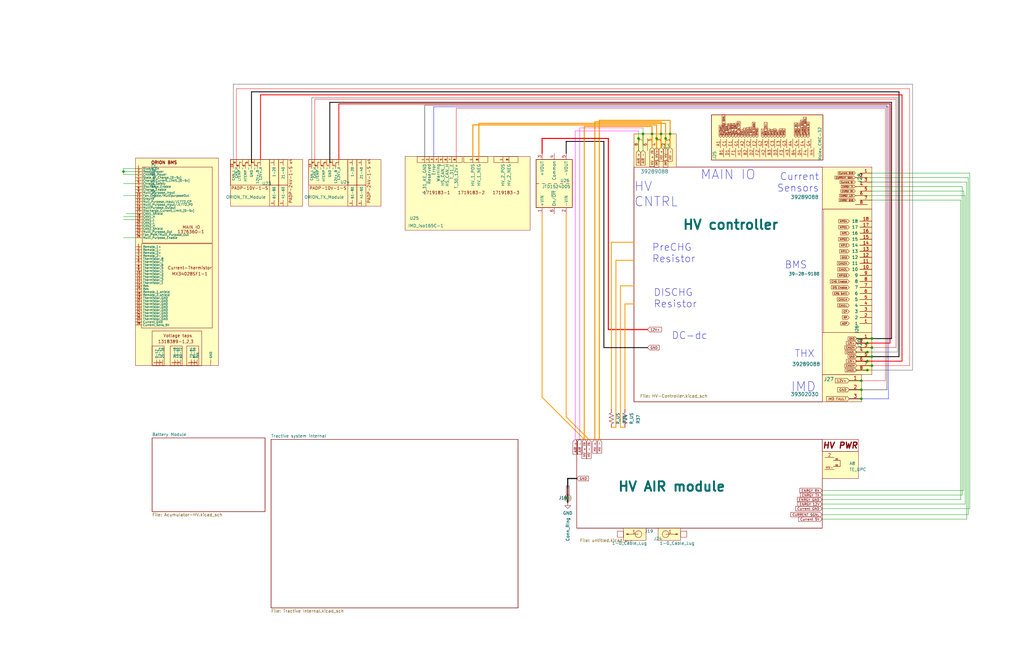
<source format=kicad_sch>
(kicad_sch (version 20211123) (generator eeschema)
  (paper "USLedger")
  (lib_symbols
    (symbol "Conn_Ring_5" (pin_numbers hide) (pin_names (offset 1.016) hide)
      (property "Reference" "J" (at 0 2.54 0))
      (property "Value" "Conn_Ring_5" (at 0 -2.54 0))
      (symbol "Conn_Ring_5_0_1"
        (polyline (pts (xy 0 -0.635) (xy 3.81 -0.635)))
        (polyline (pts (xy 0 0.635) (xy 0 -0.635)))
        (polyline (pts (xy 0 0.635) (xy 3.81 0.635)))
        (circle (center 5.08 0) (radius 0.898))
        (circle (center 5.08 0) (radius 1.4199))
      )
      (symbol "Conn_Ring_5_1_1"
        (polyline (pts (xy 1.27 0) (xy 0.8636 0)) (stroke (width 0.1524)))
        (rectangle (start 0.8636 0.127) (end 0 -0.127) (stroke (width 0.1524)) (fill (type outline)))
        (pin passive line (at 5.08 0 180) (length 5) (name "Pin_1") (number "1"))
      )
    )
    (symbol "Converter_DCDC:JTD1524D05"
      (property "Reference" "U" (at -8.89 8.89 0))
      (property "Value" "JTD1524D05" (at 8.89 8.89 0))
      (symbol "JTD1524D05_0_1"
        (rectangle (start -10.16 7.62) (end 10.16 -7.62) (stroke (width 0.254)) (fill (type background)))
        (polyline (pts (xy 0 -5.08) (xy 0 -6.35)))
        (polyline (pts (xy 0 -2.54) (xy 0 -3.81)))
        (polyline (pts (xy 0 0) (xy 0 -1.27)))
        (polyline (pts (xy 0 2.54) (xy 0 1.27)))
        (polyline (pts (xy 0 5.08) (xy 0 3.81)))
        (polyline (pts (xy 0 7.62) (xy 0 6.35)))
      )
      (symbol "JTD1524D05_1_1"
        (pin power_in line (at -12.7 5.08 0) (length 2.54) (name "+VIN") (number "1"))
        (pin power_in line (at -12.7 -5.08 0) (length 2.54) (name "-VIN") (number "2"))
        (pin power_out line (at 12.7 5.08 180) (length 2.54) (name "+VOUT") (number "3"))
        (pin power_out line (at 12.7 0 180) (length 2.54) (name "Common") (number "4"))
        (pin power_out line (at 12.7 -5.08 180) (length 2.54) (name "-VOUT") (number "5"))
        (pin input line (at -12.7 0 0) (length 2.54) (name "On/~{Off}") (number "6"))
      )
    )
    (symbol "Device:R_US" (pin_numbers hide) (pin_names (offset 0))
      (property "Reference" "R" (at 2.54 0 90))
      (property "Value" "R_US" (at -2.54 0 90))
      (symbol "R_US_0_1"
        (polyline (pts (xy 0 -2.286) (xy 0 -2.54)))
        (polyline (pts (xy 0 2.286) (xy 0 2.54)))
        (polyline (pts (xy 0 -0.762) (xy 1.016 -1.143) (xy 0 -1.524) (xy -1.016 -1.905) (xy 0 -2.286)))
        (polyline (pts (xy 0 0.762) (xy 1.016 0.381) (xy 0 0) (xy -1.016 -0.381) (xy 0 -0.762)))
        (polyline (pts (xy 0 2.286) (xy 1.016 1.905) (xy 0 1.524) (xy -1.016 1.143) (xy 0 0.762)))
      )
      (symbol "R_US_1_1"
        (pin passive line (at 0 3.81 270) (length 1.27) (name "~") (number "1"))
        (pin passive line (at 0 -3.81 90) (length 1.27) (name "~") (number "2"))
      )
    )
    (symbol "FSAE DMS-23 Components:1-0_Cable_Lug" (pin_names (offset 1.016) hide)
      (property "Reference" "J" (at 0 2.54 0))
      (property "Value" "1-0_Cable_Lug" (at 0 -2.54 0))
      (symbol "1-0_Cable_Lug_0_1"
        (rectangle (start -1.27 1.27) (end -3.81 -1.27))
        (rectangle (start -1.27 2.54) (end 8.255 -2.54) (fill (type background)))
        (circle (center 5.08 0) (radius 1.4199))
      )
      (symbol "1-0_Cable_Lug_1_1"
        (polyline (pts (xy 1.27 0) (xy 0.8636 0)) (stroke (width 0.1524)))
        (rectangle (start 0.8636 0.127) (end 0 -0.127) (stroke (width 0.1524)) (fill (type outline)))
        (pin passive line (at 5.08 0 180) (length 3.81) (name "Pin_1") (number "1"))
      )
    )
    (symbol "FSAE DMS-23 Components:IMD_iso165C-1"
      (property "Reference" "U?" (at 16.51 13.97 0))
      (property "Value" "IMD_iso165C-1" (at 5.715 13.97 0))
      (symbol "IMD_iso165C-1_0_0"
        (text "1719183-1" (at 6.35 3.175 900) (effects (font (size 1.27 1.27))))
        (text "1719183-2" (at 6.35 -11.43 900) (effects (font (size 1.27 1.27))))
        (text "1719183-3" (at 6.35 -26.035 900) (effects (font (size 1.27 1.27))))
      )
      (symbol "IMD_iso165C-1_0_1"
        (rectangle (start -8.89 -20.955) (end -6.35 -31.115))
        (rectangle (start -8.89 -8.255) (end -6.35 -18.415))
        (rectangle (start -8.89 11.43) (end -6.35 -7.62))
        (rectangle (start -8.89 16.51) (end 22.225 -36.195) (fill (type background)))
      )
      (symbol "IMD_iso165C-1_1_0"
        (pin input line (at -8.89 -12.065 0) (length 2.54) (name "HV_1_POS") (number "1"))
        (pin input line (at -8.89 -24.765 0) (length 2.54) (name "HV_2_POS") (number "1"))
        (pin input line (at -8.89 8.255 0) (length 2.54) (name "T_31_KE_GND") (number "1"))
        (pin bidirectional line (at -8.89 6.35 0) (length 2.54) (name "Reserved") (number "2"))
        (pin output line (at -8.89 4.445 0) (length 2.54) (name "Error") (number "3"))
        (pin output line (at -8.89 2.54 0) (length 2.54) (name "Warning") (number "4"))
        (pin bidirectional line (at -8.89 0.635 0) (length 2.54) (name "HS_CAN_L") (number "5"))
        (pin bidirectional line (at -8.89 -1.27 0) (length 2.54) (name "HS_CAN_H") (number "6"))
        (pin input line (at -8.89 -3.175 0) (length 2.54) (name "T_31_E") (number "7"))
        (pin input line (at -8.89 -14.605 0) (length 2.54) (name "HV_1_NEG") (number "8"))
        (pin input line (at -8.89 -27.305 0) (length 2.54) (name "HV_2_NEG") (number "8"))
        (pin input line (at -8.89 -5.08 0) (length 2.54) (name "T_30_12V+") (number "8"))
      )
    )
    (symbol "FSAE DMS-23 Components:Molex_CMC-32" (pin_names (offset 1.016) hide)
      (property "Reference" "J" (at -5.08 40.64 0))
      (property "Value" "Molex_CMC-32" (at -5.08 -3.81 0))
      (symbol "Molex_CMC-32_1_1"
        (rectangle (start -16.51 41.91) (end 2.54 -5.08) (stroke (width 0.254)) (fill (type background)))
        (pin passive line (at -6.35 38.1 0) (length 3.81) (name "Pin_1") (number "A1"))
        (pin passive line (at -6.35 27.94 0) (length 3.81) (name "Pin_9") (number "A2"))
        (pin passive line (at -6.35 17.78 0) (length 3.81) (name "Pin_17") (number "A3"))
        (pin passive line (at -6.35 7.62 0) (length 3.81) (name "Pin_25") (number "A4"))
        (pin passive line (at -2.54 36.83 0) (length 3.81) (name "Pin_2") (number "B1"))
        (pin passive line (at -2.54 26.67 0) (length 3.81) (name "Pin_10") (number "B2"))
        (pin passive line (at -2.54 16.51 0) (length 3.81) (name "Pin_18") (number "B3"))
        (pin passive line (at -2.54 6.35 0) (length 3.81) (name "Pin_26") (number "B4"))
        (pin passive line (at -6.35 35.56 0) (length 3.81) (name "Pin_3") (number "C1"))
        (pin passive line (at -6.35 25.4 0) (length 3.81) (name "Pin_11") (number "C2"))
        (pin passive line (at -6.35 15.24 0) (length 3.81) (name "Pin_19") (number "C3"))
        (pin passive line (at -6.35 5.08 0) (length 3.81) (name "Pin_27") (number "C4"))
        (pin passive line (at -2.54 34.29 0) (length 3.81) (name "Pin_4") (number "D1"))
        (pin passive line (at -2.54 24.13 0) (length 3.81) (name "Pin_12") (number "D2"))
        (pin passive line (at -2.54 13.97 0) (length 3.81) (name "Pin_20") (number "D3"))
        (pin passive line (at -2.54 3.81 0) (length 3.81) (name "Pin_28") (number "D4"))
        (pin passive line (at -6.35 33.02 0) (length 3.81) (name "Pin_5") (number "E1"))
        (pin passive line (at -6.35 22.86 0) (length 3.81) (name "Pin_13") (number "E2"))
        (pin passive line (at -6.35 12.7 0) (length 3.81) (name "Pin_21") (number "E3"))
        (pin passive line (at -6.35 2.54 0) (length 3.81) (name "Pin_29") (number "E4"))
        (pin power_in line (at -2.54 31.75 0) (length 3.81) (name "Pin_6") (number "F1"))
        (pin passive line (at -2.54 21.59 0) (length 3.81) (name "Pin_14") (number "F2"))
        (pin passive line (at -2.54 11.43 0) (length 3.81) (name "Pin_22") (number "F3"))
        (pin passive line (at -2.54 1.27 0) (length 3.81) (name "Pin_30") (number "F4"))
        (pin power_in line (at -6.35 30.48 0) (length 3.81) (name "Pin_7") (number "G1"))
        (pin power_in line (at -6.35 20.32 0) (length 3.81) (name "Pin_15") (number "G2"))
        (pin power_in line (at -6.35 10.16 0) (length 3.81) (name "Pin_23") (number "G3"))
        (pin power_in line (at -6.35 0 0) (length 3.81) (name "Pin_31") (number "G4"))
        (pin power_in line (at -2.54 29.21 0) (length 3.81) (name "Pin_8") (number "H1"))
        (pin power_in line (at -2.54 19.05 0) (length 3.81) (name "Pin_16") (number "H2"))
        (pin power_in line (at -2.54 8.89 0) (length 3.81) (name "Pin_24") (number "H3"))
        (pin power_in line (at -2.54 -1.27 0) (length 3.81) (name "Pin_32") (number "H4"))
      )
    )
    (symbol "FSAE DMS-23 Components:Molex_minfit_jr_6_pos_header39289088" (pin_names (offset 0.254) hide)
      (property "Reference" "J" (at 8.89 6.35 0))
      (property "Value" "Molex_minfit_jr_6_pos_header39289088" (at 10.16 -10.16 0))
      (symbol "Molex_minfit_jr_6_pos_header39289088_0_1"
        (rectangle (start -1.27 8.89) (end 12.7 -8.89) (fill (type background)))
      )
      (symbol "Molex_minfit_jr_6_pos_header39289088_1_1"
        (pin unspecified line (at -1.27 6.35 0) (length 5.08) (name "1") (number "1"))
        (pin unspecified line (at 0.635 4.445 0) (length 5.08) (name "2") (number "2"))
        (pin unspecified line (at -1.27 2.54 0) (length 5.08) (name "3") (number "3"))
        (pin unspecified line (at 0.635 0.635 0) (length 5.08) (name "4") (number "4"))
        (pin unspecified line (at -1.27 -1.27 0) (length 5.08) (name "5") (number "5"))
        (pin unspecified line (at 0.635 -3.175 0) (length 5.08) (name "6") (number "6"))
        (pin unspecified line (at -1.27 -5.08 0) (length 5.08) (name "7") (number "7"))
        (pin unspecified line (at 0.635 -6.985 0) (length 5.08) (name "8") (number "8"))
      )
    )
    (symbol "FSAE DMS-23 Components:ORION_TX_Module"
      (property "Reference" "U" (at -8.255 8.89 0))
      (property "Value" "ORION_TX_Module" (at 0.635 22.86 0))
      (symbol "ORION_TX_Module_0_0"
        (text " PADP-10V-1-S" (at 3.175 1.905 900) (effects (font (size 1.27 1.27))))
        (text " PADP-24V-1-S x4" (at 0.635 19.685 0) (effects (font (size 1.27 1.27))))
      )
      (symbol "ORION_TX_Module_0_1"
        (rectangle (start -8.89 10.795) (end 1.905 -5.715))
        (rectangle (start -8.89 14.605) (end 1.905 10.795))
        (rectangle (start -8.89 18.415) (end 1.905 14.605))
        (rectangle (start -8.89 24.765) (end 10.795 -5.715) (fill (type background)))
        (rectangle (start 1.905 14.605) (end 10.795 10.795))
        (rectangle (start 1.905 18.415) (end 10.795 14.605))
      )
      (symbol "ORION_TX_Module_1_0"
        (pin input line (at -8.89 12.7 0) (length 2.54) (name "1-20") (number "1"))
        (pin input line (at -8.89 6.985 0) (length 2.54) (name "12V+_A") (number "1"))
        (pin input line (at -8.89 16.51 0) (length 2.54) (name "21-40") (number "1"))
        (pin input line (at 10.795 16.51 180) (length 2.54) (name "41-60") (number "1"))
        (pin input line (at 10.795 12.7 180) (length 2.54) (name "61-80") (number "1"))
        (pin input line (at -7.62 -4.445 0) (length 2.54) (name "CAN_L") (number "10"))
        (pin input line (at -7.62 5.715 0) (length 2.54) (name "12V+_B") (number "2"))
        (pin input line (at -8.89 4.445 0) (length 2.54) (name "-") (number "3"))
        (pin input line (at -7.62 3.175 0) (length 2.54) (name "GND") (number "4"))
        (pin input line (at -8.89 1.905 0) (length 2.54) (name "-") (number "5"))
        (pin input line (at -7.62 0.635 0) (length 2.54) (name "HTEMP") (number "6"))
        (pin input line (at -8.89 -0.635 0) (length 2.54) (name "-") (number "7"))
        (pin input line (at -7.62 -1.905 0) (length 2.54) (name "LTEMP") (number "8"))
        (pin input line (at -8.89 -3.175 0) (length 2.54) (name "CAN_H") (number "9"))
      )
    )
    (symbol "FSAE DMS-23 Components:OrionBMS2"
      (property "Reference" "U?" (at -5.08 10.16 0))
      (property "Value" "OrionBMS2" (at -1.905 10.16 0))
      (symbol "OrionBMS2_0_0"
        (text " 1318389-1,2,3" (at -7.62 -65.405 0) (effects (font (size 1.27 1.27))))
        (text " 1376360-1" (at -1.27 -19.05 0) (effects (font (size 1.27 1.27))))
        (text "Current-Thermistor" (at -1.27 -34.29 0) (effects (font (size 1.27 1.27))))
        (text "MAIN IO" (at -0.635 -17.145 0) (effects (font (size 1.27 1.27))))
        (text "MX34028SF1-1" (at -1.27 -36.83 0) (effects (font (size 1.27 1.27))))
        (text "ORION BMS" (at -12.065 10.16 0) (effects (font (size 1.27 1.27) bold)))
        (text "Votlage taps" (at -6.35 -62.865 0) (effects (font (size 1.27 1.27))))
      )
      (symbol "OrionBMS2_0_1"
        (rectangle (start -24.13 12.065) (end 10.795 -75.565) (fill (type background)))
        (rectangle (start -21.59 -24.13) (end 8.255 -59.69) (fill (type background)))
        (rectangle (start -21.2725 8.255) (end 8.255 -23.8125) (fill (type background)))
        (rectangle (start -17.145 -67.31) (end -12.065 -75.565))
        (rectangle (start -17.145 -60.96) (end 3.81 -75.565) (fill (type background)))
        (rectangle (start -9.525 -67.31) (end -4.445 -75.565))
        (rectangle (start -2.54 -67.31) (end 2.54 -75.565))
      )
      (symbol "OrionBMS2_1_1"
        (pin output line (at 7.62 -75.565 90) (length 2.54) (name "GND") (number ""))
        (pin input line (at -15.24 -75.565 90) (length 2.54) (name "0-12") (number "1"))
        (pin input line (at -7.62 -75.565 90) (length 2.54) (name "36-48") (number "1"))
        (pin input line (at -0.635 -75.565 90) (length 2.54) (name "73-84") (number "1"))
        (pin input line (at -24.13 7.62 0) (length 2.54) (name "Always_On") (number "1"))
        (pin input line (at -24.13 -25.4 0) (length 2.54) (name "Remote_1+") (number "1"))
        (pin output line (at -24.13 -3.81 0) (length 2.54) (name "Fan_Enable/MultipurposeOut") (number "10"))
        (pin output line (at -24.13 -36.83 0) (length 2.54) (name "Thermistor_3") (number "10"))
        (pin passive line (at -24.13 -5.08 0) (length 2.54) (name "Ground") (number "12"))
        (pin passive line (at -24.13 -38.1 0) (length 2.54) (name "Thermistor_2") (number "12"))
        (pin input line (at -24.13 -6.35 0) (length 2.54) (name "Muli_Purpose_Input/J1772_CP") (number "13"))
        (pin input line (at -24.13 -39.37 0) (length 2.54) (name "Thermistor_2") (number "13"))
        (pin input line (at -24.13 -7.62 0) (length 2.54) (name "Multi_Purpose_Input/J1772_PD") (number "14"))
        (pin input line (at -24.13 -40.64 0) (length 2.54) (name "Thermistor_1") (number "14"))
        (pin output line (at -24.13 -8.89 0) (length 2.54) (name "MultiPurpose_Output") (number "15"))
        (pin output line (at -24.13 -41.91 0) (length 2.54) (name "Res") (number "15"))
        (pin output line (at -24.13 -10.16 0) (length 2.54) (name "Discharge_Current_Limit_[0-5v]") (number "16"))
        (pin output line (at -24.13 -43.18 0) (length 2.54) (name "Res") (number "16"))
        (pin bidirectional line (at -24.13 -11.43 0) (length 2.54) (name "CAN1_Shield") (number "17"))
        (pin bidirectional line (at -24.13 -44.45 0) (length 2.54) (name "Remote_1_shield") (number "17"))
        (pin bidirectional line (at -24.13 -12.7 0) (length 2.54) (name "CAN1_H") (number "18"))
        (pin bidirectional line (at -24.13 -45.72 0) (length 2.54) (name "Remote_2_shield") (number "18"))
        (pin bidirectional line (at -24.13 -13.97 0) (length 2.54) (name "CAN1_L") (number "19"))
        (pin bidirectional line (at -24.13 -46.99 0) (length 2.54) (name "Thermistor_GND") (number "19"))
        (pin input line (at -13.97 -75.565 90) (length 2.54) (name "13-24") (number "2"))
        (pin input line (at -6.35 -75.565 90) (length 2.54) (name "49-60") (number "2"))
        (pin input line (at 0.635 -75.565 90) (length 2.54) (name "85-96") (number "2"))
        (pin input line (at -24.13 6.35 0) (length 2.54) (name "Ready_Power") (number "2"))
        (pin input line (at -24.13 -26.67 0) (length 2.54) (name "Remote_1-") (number "2"))
        (pin bidirectional line (at -24.13 -15.24 0) (length 2.54) (name "CAN2_L") (number "20"))
        (pin bidirectional line (at -24.13 -48.26 0) (length 2.54) (name "Thermistor_GND") (number "20"))
        (pin bidirectional line (at -24.13 -16.51 0) (length 2.54) (name "CAN2_H") (number "21"))
        (pin bidirectional line (at -24.13 -49.53 0) (length 2.54) (name "Thermistor_GND") (number "21"))
        (pin bidirectional line (at -24.13 -17.78 0) (length 2.54) (name "CAN2_Shield") (number "22"))
        (pin bidirectional line (at -24.13 -50.8 0) (length 2.54) (name "Thermistor_GND") (number "22"))
        (pin output line (at -24.13 -19.05 0) (length 2.54) (name "Multi_Purpose_Out") (number "23"))
        (pin output line (at -24.13 -52.07 0) (length 2.54) (name "Thermistor_GND") (number "23"))
        (pin output line (at -24.13 -20.32 0) (length 2.54) (name "Fan_PWM/Multi_Purpose_Out") (number "24"))
        (pin output line (at -24.13 -53.34 0) (length 2.54) (name "Thermistor_GND") (number "24"))
        (pin output line (at -24.13 -54.61 0) (length 2.54) (name "Thermistor_GND") (number "25"))
        (pin output line (at -24.13 -21.59 0) (length 2.54) (name "Multi_Purpose_Enable") (number "26"))
        (pin output line (at -24.13 -55.88 0) (length 2.54) (name "Thermistor_GND") (number "26"))
        (pin output line (at -24.13 -57.15 0) (length 2.54) (name "Current_GND") (number "27"))
        (pin output line (at -24.13 -58.42 0) (length 2.54) (name "Current_Sens_5V") (number "28"))
        (pin input line (at -12.7 -75.565 90) (length 2.54) (name "25-36") (number "3"))
        (pin input line (at -5.08 -75.565 90) (length 2.54) (name "60-72") (number "3"))
        (pin input line (at -24.13 5.08 0) (length 2.54) (name "CHARGE_Power") (number "3"))
        (pin input line (at -24.13 -27.94 0) (length 2.54) (name "Remote_2+") (number "3"))
        (pin input line (at 1.905 -75.565 90) (length 2.54) (name "Res") (number "3"))
        (pin output line (at -24.13 -29.21 0) (length 2.54) (name "Remote_2-") (number "4"))
        (pin output line (at -24.13 3.81 0) (length 2.54) (name "State_of_Charge_[0-5v]") (number "4"))
        (pin output line (at -24.13 2.54 0) (length 2.54) (name "Charge_Current_Limit_[0-5v]") (number "5"))
        (pin output line (at -24.13 -30.48 0) (length 2.54) (name "Thermistor_8") (number "5"))
        (pin output line (at -24.13 1.27 0) (length 2.54) (name "Chrage_Safety") (number "6"))
        (pin output line (at -24.13 -31.75 0) (length 2.54) (name "Thermistor_7") (number "6"))
        (pin output line (at -24.13 0 0) (length 2.54) (name "Discharge_Enable") (number "7"))
        (pin output line (at -24.13 -33.02 0) (length 2.54) (name "Thermistor_6") (number "7"))
        (pin output line (at -24.13 -1.27 0) (length 2.54) (name "Charge_Enable") (number "8"))
        (pin output line (at -24.13 -34.29 0) (length 2.54) (name "Thermistor_5") (number "8"))
        (pin input line (at -24.13 -2.54 0) (length 2.54) (name "Multi_Purpose_Input") (number "9"))
        (pin input line (at -24.13 -35.56 0) (length 2.54) (name "Thermistor_4") (number "9"))
      )
    )
    (symbol "FSAE DMS-23 Components:TE_UPC" (pin_names (offset 1.016) hide)
      (property "Reference" "A1" (at -1.27 -3.81 0))
      (property "Value" "TE_UPC" (at 6.35 -3.81 0))
      (symbol "TE_UPC_0_0"
        (text "HV PWR" (at 2.54 8.89 0) (effects (font (size 2.5 2.5) bold italic)))
      )
      (symbol "TE_UPC_0_1"
        (rectangle (start -5.08 6.35) (end 10.16 -5.08) (fill (type background)))
        (rectangle (start -5.08 11.43) (end 10.16 6.35))
        (polyline (pts (xy 0 2.54) (xy 2.54 2.54) (xy 2.54 0) (xy 0 0)))
      )
      (symbol "TE_UPC_1_1"
        (pin bidirectional line (at 0 3.81 180) (length 4) (name "HV+") (number "2"))
        (pin bidirectional line (at 0 -1.27 180) (length 4) (name "HV_-") (number "HV-"))
        (pin passive line (at 2.54 0 180) (length 3) (name "HVI1") (number "HVI"))
        (pin passive line (at 2.54 2.54 180) (length 3) (name "HVI1") (number "HVI"))
      )
    )
    (symbol "Molex 39-28-9188:39-28-9188" (pin_names (offset 0.762))
      (property "Reference" "J" (at 1.27 26.67 0))
      (property "Value" "39-28-9188" (at -3.81 -22.86 0))
      (symbol "39-28-9188_0_0"
        (pin passive line (at -6.35 -20.32 0) (length 5.08) (name "1") (number "1"))
        (pin passive line (at -6.35 2.54 0) (length 5.08) (name "10") (number "10"))
        (pin passive line (at -6.35 5.08 0) (length 5.08) (name "11") (number "11"))
        (pin passive line (at -6.35 7.62 0) (length 5.08) (name "12") (number "12"))
        (pin passive line (at -6.35 10.16 0) (length 5.08) (name "13") (number "13"))
        (pin passive line (at -6.35 12.7 0) (length 5.08) (name "14") (number "14"))
        (pin passive line (at -6.35 15.24 0) (length 5.08) (name "15") (number "15"))
        (pin passive line (at -6.35 17.78 0) (length 5.08) (name "16") (number "16"))
        (pin passive line (at -6.35 20.32 0) (length 5.08) (name "17") (number "17"))
        (pin passive line (at -6.35 22.86 0) (length 5.08) (name "18") (number "18"))
        (pin passive line (at -6.35 -17.78 0) (length 5.08) (name "2") (number "2"))
        (pin passive line (at -6.35 -15.24 0) (length 5.08) (name "3") (number "3"))
        (pin passive line (at -6.35 -12.7 0) (length 5.08) (name "4") (number "4"))
        (pin passive line (at -6.35 -10.16 0) (length 5.08) (name "5") (number "5"))
        (pin passive line (at -6.35 -7.62 0) (length 5.08) (name "6") (number "6"))
        (pin passive line (at -6.35 -5.08 0) (length 5.08) (name "7") (number "7"))
        (pin passive line (at -6.35 -2.54 0) (length 5.08) (name "8") (number "8"))
        (pin passive line (at -6.35 0 0) (length 5.08) (name "9") (number "9"))
      )
      (symbol "39-28-9188_0_1"
        (rectangle (start -6.35 27.94) (end 13.97 -24.13) (fill (type background)))
      )
    )
    (symbol "Molex 3pin header39302030_2" (pin_names (offset 0.254) hide)
      (property "Reference" "J?" (at 6.35 6.985 90))
      (property "Value" "Molex 3pin header39302030_2" (at -1.27 17.145 90))
      (symbol "Molex 3pin header39302030_2_1_1"
        (rectangle (start 0 5.08) (end 16.51 -6.35) (fill (type background)))
        (pin unspecified line (at 0 2.54 0) (length 5.08) (name "1") (number "1"))
        (pin unspecified line (at 0 -1.27 0) (length 5.08) (name "2") (number "2"))
        (pin unspecified line (at 0 -5.08 0) (length 5.08) (name "3") (number "3"))
      )
    )
    (symbol "Molex_minfit_jr_6_pos_header39289088_1" (pin_names (offset 0.254) hide)
      (property "Reference" "J" (at 8.89 6.35 0))
      (property "Value" "Molex_minfit_jr_6_pos_header39289088_1" (at 10.16 -10.16 0))
      (symbol "Molex_minfit_jr_6_pos_header39289088_1_0_1"
        (rectangle (start -1.27 8.89) (end 19.685 -8.89) (fill (type background)))
      )
      (symbol "Molex_minfit_jr_6_pos_header39289088_1_1_1"
        (pin unspecified line (at -1.27 6.35 0) (length 5.08) (name "1") (number "1"))
        (pin unspecified line (at 0.635 4.445 0) (length 5.08) (name "2") (number "2"))
        (pin unspecified line (at -1.27 2.54 0) (length 5.08) (name "3") (number "3"))
        (pin unspecified line (at 0.635 0.635 0) (length 5.08) (name "4") (number "4"))
        (pin unspecified line (at -1.27 -1.27 0) (length 5.08) (name "5") (number "5"))
        (pin unspecified line (at 0.635 -3.175 0) (length 5.08) (name "6") (number "6"))
        (pin unspecified line (at -1.27 -5.08 0) (length 5.08) (name "7") (number "7"))
        (pin unspecified line (at 0.635 -6.985 0) (length 5.08) (name "8") (number "8"))
      )
    )
    (symbol "Molex_minfit_jr_6_pos_header39289088_2" (pin_names (offset 0.254) hide)
      (property "Reference" "J" (at 8.89 6.35 0))
      (property "Value" "Molex_minfit_jr_6_pos_header39289088_2" (at 10.16 -10.16 0))
      (symbol "Molex_minfit_jr_6_pos_header39289088_2_0_1"
        (rectangle (start -1.27 8.89) (end 19.685 -8.89) (fill (type background)))
      )
      (symbol "Molex_minfit_jr_6_pos_header39289088_2_1_1"
        (pin unspecified line (at -1.27 6.35 0) (length 5.08) (name "1") (number "1"))
        (pin unspecified line (at 0.635 4.445 0) (length 5.08) (name "2") (number "2"))
        (pin unspecified line (at -1.27 2.54 0) (length 5.08) (name "3") (number "3"))
        (pin unspecified line (at 0.635 0.635 0) (length 5.08) (name "4") (number "4"))
        (pin unspecified line (at -1.27 -1.27 0) (length 5.08) (name "5") (number "5"))
        (pin unspecified line (at 0.635 -3.175 0) (length 5.08) (name "6") (number "6"))
        (pin unspecified line (at -1.27 -5.08 0) (length 5.08) (name "7") (number "7"))
        (pin unspecified line (at 0.635 -6.985 0) (length 5.08) (name "8") (number "8"))
      )
    )
    (symbol "ORION_TX_Module_1"
      (property "Reference" "U" (at -8.255 8.89 0))
      (property "Value" "ORION_TX_Module_1" (at 0.635 22.86 0))
      (symbol "ORION_TX_Module_1_0_0"
        (text " PADP-10V-1-S" (at 3.175 1.905 900) (effects (font (size 1.27 1.27))))
        (text " PADP-24V-1-S x4" (at 0.635 19.685 0) (effects (font (size 1.27 1.27))))
      )
      (symbol "ORION_TX_Module_1_0_1"
        (rectangle (start -8.89 10.795) (end 1.905 -5.715))
        (rectangle (start -8.89 14.605) (end 1.905 10.795))
        (rectangle (start -8.89 18.415) (end 1.905 14.605))
        (rectangle (start -8.89 24.765) (end 10.795 -5.715) (fill (type background)))
        (rectangle (start 1.905 14.605) (end 10.795 10.795))
        (rectangle (start 1.905 18.415) (end 10.795 14.605))
      )
      (symbol "ORION_TX_Module_1_1_0"
        (pin input line (at -8.89 12.7 0) (length 2.54) (name "1-20") (number "1"))
        (pin input line (at -8.89 6.985 0) (length 2.54) (name "12V+_A") (number "1"))
        (pin input line (at -8.89 16.51 0) (length 2.54) (name "21-40") (number "1"))
        (pin input line (at 10.795 16.51 180) (length 2.54) (name "41-60") (number "1"))
        (pin input line (at 10.795 12.7 180) (length 2.54) (name "61-80") (number "1"))
        (pin input line (at -7.62 -4.445 0) (length 2.54) (name "CAN_L") (number "10"))
        (pin input line (at -7.62 5.715 0) (length 2.54) (name "12V+_B") (number "2"))
        (pin input line (at -8.89 4.445 0) (length 2.54) (name "-") (number "3"))
        (pin input line (at -7.62 3.175 0) (length 2.54) (name "GND") (number "4"))
        (pin input line (at -8.89 1.905 0) (length 2.54) (name "-") (number "5"))
        (pin input line (at -7.62 0.635 0) (length 2.54) (name "HTEMP") (number "6"))
        (pin input line (at -8.89 -0.635 0) (length 2.54) (name "-") (number "7"))
        (pin input line (at -7.62 -1.905 0) (length 2.54) (name "LTEMP") (number "8"))
        (pin input line (at -8.89 -3.175 0) (length 2.54) (name "CAN_H") (number "9"))
      )
    )
    (symbol "power:GND" (power) (pin_names (offset 0))
      (property "Value" "GND" (at 0 -3.81 0))
      (symbol "GND_0_1"
        (polyline (pts (xy 0 0) (xy 0 -1.27) (xy 1.27 -1.27) (xy 0 -2.54) (xy -1.27 -1.27) (xy 0 -1.27)))
      )
      (symbol "GND_1_1"
        (pin power_in line (at 0 0 270) (length 0) hide (name "GND") (number "1"))
      )
    )
  )
  (junction (at 365.76 156.21))
  (junction (at 239.395 210.185))
  (junction (at 365.76 152.4))
  (junction (at 282.575 56.515))
  (junction (at 276.86 58.42))
  (junction (at 365.76 144.78))
  (junction (at 367.665 142.875))
  (junction (at 363.22 168.275))
  (junction (at 278.765 56.515))
  (junction (at 363.22 164.465))
  (junction (at 365.76 148.59))
  (junction (at 274.955 56.515))
  (junction (at 367.665 154.305))
  (junction (at 269.24 58.42))
  (junction (at 52.07 72.39))
  (junction (at 280.67 58.42))
  (junction (at 367.665 146.685))
  (junction (at 367.665 150.495))
  (junction (at 271.145 56.515))
  (junction (at 363.22 160.655))
  (wire (pts (xy 375.285 144.78) (xy 365.76 144.78)) (stroke (width 0.35) (color 255 0 0 1)))
  (wire (pts (xy 132.715 41.91) (xy 377.825 41.91)) (stroke (width 0) (color 255 0 0 1)))
  (wire (pts (xy 269.24 63.5) (xy 269.24 58.42)))
  (wire (pts (xy 257.81 172.72) (xy 257.81 102.235)) (stroke (width 0.35) (color 255 153 0 1)))
  (wire (pts (xy 407.035 82.55) (xy 365.76 82.55)))
  (wire (pts (xy 269.24 55.245) (xy 242.57 55.245)) (stroke (width 0) (color 255 0 255 1)))
  (wire (pts (xy 405.13 210.82) (xy 346.71 210.82)))
  (wire (pts (xy 106.045 68.58) (xy 106.045 38.735)) (stroke (width 0.35) (color 0 0 0 1)))
  (wire (pts (xy 52.07 92.71) (xy 57.15 92.71)))
  (wire (pts (xy 280.67 62.23) (xy 280.67 58.42)) (stroke (width 0.45) (color 255 153 0 1)))
  (wire (pts (xy 367.665 76.835) (xy 407.67 76.835)))
  (wire (pts (xy 374.015 164.465) (xy 363.22 164.465)) (stroke (width 0) (color 0 0 0 1)))
  (wire (pts (xy 380.365 152.4) (xy 380.365 40.005)) (stroke (width 0.35) (color 255 0 0 1)))
  (wire (pts (xy 361.315 150.495) (xy 367.665 150.495)) (stroke (width 0.35) (color 0 0 0 1)))
  (wire (pts (xy 52.07 73.66) (xy 52.07 72.39)))
  (wire (pts (xy 280.67 58.42) (xy 280.67 52.07)) (stroke (width 0.45) (color 255 153 0 1)))
  (wire (pts (xy 179.07 66.04) (xy 179.07 44.45)) (stroke (width 0) (color 0 0 0 1)))
  (wire (pts (xy 239.395 212.09) (xy 239.395 210.185)) (stroke (width 0.45) (color 0 0 0 1)))
  (wire (pts (xy 408.305 217.17) (xy 346.71 217.17)))
  (wire (pts (xy 375.92 142.875) (xy 375.92 43.18)) (stroke (width 0.35) (color 0 0 0 1)))
  (wire (pts (xy 52.07 71.12) (xy 52.07 72.39)))
  (wire (pts (xy 373.38 160.655) (xy 373.38 45.72)) (stroke (width 0) (color 255 0 0 1)))
  (wire (pts (xy 367.665 73.025) (xy 408.94 73.025)))
  (wire (pts (xy 244.475 53.975) (xy 271.145 53.975)) (stroke (width 0) (color 255 0 255 1)))
  (wire (pts (xy 358.14 164.465) (xy 363.22 164.465)) (stroke (width 0) (color 0 0 0 1)))
  (wire (pts (xy 242.57 55.245) (xy 242.57 185.42)) (stroke (width 0) (color 255 0 255 1)))
  (wire (pts (xy 379.095 38.735) (xy 379.095 150.495)) (stroke (width 0.35) (color 0 0 0 1)))
  (wire (pts (xy 405.13 84.455) (xy 405.13 210.82)))
  (wire (pts (xy 408.305 74.93) (xy 408.305 217.17)))
  (wire (pts (xy 228.6 90.17) (xy 228.6 167.64)) (stroke (width 0.35) (color 255 153 0 1)))
  (wire (pts (xy 408.94 214.63) (xy 346.71 214.63)))
  (wire (pts (xy 367.665 80.645) (xy 406.4 80.645)))
  (wire (pts (xy 405.765 208.915) (xy 405.765 78.74)))
  (wire (pts (xy 358.14 160.655) (xy 363.22 160.655)))
  (wire (pts (xy 365.76 148.59) (xy 378.46 148.59)) (stroke (width 0) (color 72 72 72 1)))
  (wire (pts (xy 406.4 207.01) (xy 346.71 207.01)))
  (wire (pts (xy 271.145 63.5) (xy 271.145 56.515)))
  (wire (pts (xy 407.67 219.075) (xy 346.71 219.075)))
  (wire (pts (xy 142.875 43.815) (xy 375.285 43.815)) (stroke (width 0.35) (color 255 0 0 1)))
  (wire (pts (xy 259.715 109.855) (xy 259.715 180.34)) (stroke (width 0.35) (color 255 153 0 1)))
  (wire (pts (xy 367.665 154.305) (xy 383.54 154.305)) (stroke (width 0) (color 255 0 0 1)))
  (wire (pts (xy 252.73 50.8) (xy 252.73 185.42)) (stroke (width 0.45) (color 255 153 0 1)))
  (wire (pts (xy 267.335 120.65) (xy 261.62 120.65)) (stroke (width 0.35) (color 255 153 0 1)))
  (wire (pts (xy 57.15 71.12) (xy 52.07 71.12)))
  (wire (pts (xy 131.445 68.58) (xy 131.445 41.275)) (stroke (width 0) (color 72 72 72 1)))
  (wire (pts (xy 257.81 102.235) (xy 267.335 102.235)) (stroke (width 0.35) (color 255 153 0 1)))
  (wire (pts (xy 52.07 91.44) (xy 57.15 91.44)))
  (wire (pts (xy 243.205 201.93) (xy 239.395 201.93)) (stroke (width 0.45) (color 0 0 0 1)))
  (wire (pts (xy 383.54 37.465) (xy 99.695 37.465)) (stroke (width 0) (color 255 0 0 1)))
  (wire (pts (xy 267.335 109.855) (xy 259.715 109.855)) (stroke (width 0.35) (color 255 153 0 1)))
  (wire (pts (xy 406.4 80.645) (xy 406.4 207.01)))
  (wire (pts (xy 276.86 52.705) (xy 199.39 52.705)) (stroke (width 0.45) (color 255 153 0 1)))
  (wire (pts (xy 254.635 146.685) (xy 273.05 146.685)) (stroke (width 0.35) (color 0 0 0 1)))
  (wire (pts (xy 57.15 90.17) (xy 53.34 90.17)))
  (wire (pts (xy 365.76 152.4) (xy 380.365 152.4)) (stroke (width 0.35) (color 255 0 0 1)))
  (wire (pts (xy 346.71 212.725) (xy 407.035 212.725)))
  (wire (pts (xy 239.395 201.93) (xy 239.395 210.185)) (stroke (width 0.45) (color 0 0 0 1)))
  (wire (pts (xy 365.76 74.93) (xy 408.305 74.93)))
  (wire (pts (xy 363.22 168.275) (xy 374.65 168.275)) (stroke (width 0) (color 0 0 255 1)))
  (wire (pts (xy 276.86 62.23) (xy 276.86 58.42)) (stroke (width 0.45) (color 255 153 0 1)))
  (wire (pts (xy 363.22 160.655) (xy 373.38 160.655)) (stroke (width 0) (color 255 0 0 1)))
  (wire (pts (xy 346.71 208.915) (xy 405.765 208.915)))
  (wire (pts (xy 238.76 64.77) (xy 238.76 59.69)) (stroke (width 0.35) (color 0 0 0 1)))
  (wire (pts (xy 374.65 168.275) (xy 374.65 45.085)) (stroke (width 0) (color 0 0 255 1)))
  (wire (pts (xy 375.285 43.815) (xy 375.285 144.78)) (stroke (width 0.35) (color 255 0 0 1)))
  (wire (pts (xy 383.54 154.305) (xy 383.54 37.465)) (stroke (width 0) (color 255 0 0 1)))
  (wire (pts (xy 384.81 35.56) (xy 384.81 156.21)) (stroke (width 0) (color 72 72 72 1)))
  (wire (pts (xy 267.335 128.27) (xy 263.525 128.27)) (stroke (width 0.35) (color 255 153 0 1)))
  (wire (pts (xy 252.73 50.8) (xy 282.575 50.8)) (stroke (width 0.45) (color 255 153 0 1)))
  (wire (pts (xy 375.92 43.18) (xy 139.065 43.18)) (stroke (width 0.35) (color 0 0 0 1)))
  (wire (pts (xy 52.07 100.33) (xy 57.15 100.33)))
  (wire (pts (xy 367.665 142.875) (xy 375.92 142.875)) (stroke (width 0.35) (color 0 0 0 1)))
  (wire (pts (xy 228.6 167.64) (xy 246.38 185.42)) (stroke (width 0.35) (color 255 153 0 1)))
  (wire (pts (xy 199.39 52.705) (xy 199.39 66.04)) (stroke (width 0.45) (color 255 153 0 1)))
  (wire (pts (xy 361.315 146.685) (xy 367.665 146.685)) (stroke (width 0) (type dash) (color 255 0 0 1)))
  (wire (pts (xy 109.855 40.005) (xy 109.855 67.31)) (stroke (width 0.35) (color 255 0 0 1)))
  (wire (pts (xy 379.095 150.495) (xy 367.665 150.495)) (stroke (width 0.35) (color 0 0 0 1)))
  (wire (pts (xy 99.695 37.465) (xy 99.695 67.31)) (stroke (width 0) (color 255 0 0 1)))
  (wire (pts (xy 274.955 56.515) (xy 274.955 53.34)) (stroke (width 0.45) (color 255 153 0 1)))
  (wire (pts (xy 377.825 41.91) (xy 377.825 146.685)) (stroke (width 0) (color 255 0 0 1)))
  (wire (pts (xy 278.765 56.515) (xy 278.765 51.435)) (stroke (width 0.45) (color 255 153 0 1)))
  (wire (pts (xy 361.315 152.4) (xy 365.76 152.4)) (stroke (width 0.35) (color 255 0 0 1)))
  (wire (pts (xy 361.315 156.21) (xy 365.76 156.21)))
  (wire (pts (xy 263.525 128.27) (xy 263.525 172.72)) (stroke (width 0.35) (color 255 153 0 1)))
  (wire (pts (xy 238.76 175.895) (xy 248.285 185.42)) (stroke (width 0.35) (color 255 153 0 1)))
  (wire (pts (xy 374.65 45.085) (xy 182.88 45.085)) (stroke (width 0) (color 0 0 255 1)))
  (wire (pts (xy 259.715 180.34) (xy 257.81 180.34)) (stroke (width 0.35) (color 255 153 0 1)))
  (wire (pts (xy 182.88 45.085) (xy 182.88 66.04)) (stroke (width 0) (color 0 0 255 1)))
  (wire (pts (xy 269.24 58.42) (xy 269.24 55.245)))
  (wire (pts (xy 261.62 120.65) (xy 261.62 180.34)) (stroke (width 0.35) (color 255 153 0 1)))
  (wire (pts (xy 274.955 53.34) (xy 246.38 53.34)) (stroke (width 0.45) (color 255 153 0 1)))
  (wire (pts (xy 274.955 62.23) (xy 274.955 56.515)) (stroke (width 0.45) (color 255 153 0 1)))
  (wire (pts (xy 282.575 50.8) (xy 282.575 56.515)) (stroke (width 0.45) (color 255 153 0 1)))
  (wire (pts (xy 377.825 146.685) (xy 367.665 146.685)) (stroke (width 0) (color 255 0 0 1)))
  (wire (pts (xy 132.715 41.91) (xy 132.715 67.31)) (stroke (width 0) (color 255 0 0 1)))
  (wire (pts (xy 57.15 73.66) (xy 52.07 73.66)))
  (wire (pts (xy 52.07 82.55) (xy 57.15 82.55)))
  (wire (pts (xy 52.07 72.39) (xy 57.15 72.39)))
  (wire (pts (xy 384.81 156.21) (xy 365.76 156.21)) (stroke (width 0) (color 72 72 72 1)))
  (wire (pts (xy 256.54 139.065) (xy 256.54 58.42)) (stroke (width 0.45) (color 255 0 0 1)))
  (wire (pts (xy 250.825 51.435) (xy 250.825 185.42)) (stroke (width 0.45) (color 255 153 0 1)))
  (wire (pts (xy 361.315 144.78) (xy 365.76 144.78)) (stroke (width 0.35) (color 255 0 0 1)))
  (wire (pts (xy 282.575 62.23) (xy 282.575 56.515)) (stroke (width 0.45) (color 255 153 0 1)))
  (wire (pts (xy 271.145 53.975) (xy 271.145 56.515)))
  (wire (pts (xy 361.315 142.875) (xy 367.665 142.875)) (stroke (width 0.35) (color 0 0 0 1)))
  (wire (pts (xy 408.94 73.025) (xy 408.94 214.63)))
  (wire (pts (xy 367.665 84.455) (xy 405.13 84.455)))
  (wire (pts (xy 192.405 45.72) (xy 192.405 66.04)) (stroke (width 0) (color 255 0 0 1)))
  (wire (pts (xy 98.425 35.56) (xy 98.425 68.58)) (stroke (width 0) (color 72 72 72 1)))
  (wire (pts (xy 238.76 59.69) (xy 254.635 59.69)) (stroke (width 0.35) (color 0 0 0 1)))
  (wire (pts (xy 106.045 38.735) (xy 379.095 38.735)) (stroke (width 0.35) (color 0 0 0 1)))
  (wire (pts (xy 407.67 76.835) (xy 407.67 219.075)))
  (wire (pts (xy 373.38 45.72) (xy 192.405 45.72)) (stroke (width 0) (color 255 0 0 1)))
  (wire (pts (xy 201.93 52.07) (xy 201.93 66.04)) (stroke (width 0.45) (color 255 153 0 1)))
  (wire (pts (xy 52.07 77.47) (xy 57.15 77.47)))
  (wire (pts (xy 228.6 58.42) (xy 228.6 64.77)) (stroke (width 0.45) (color 255 0 0 1)))
  (wire (pts (xy 361.315 154.305) (xy 367.665 154.305)) (stroke (width 0) (type dash) (color 255 0 0 1)))
  (wire (pts (xy 246.38 53.34) (xy 246.38 185.42)) (stroke (width 0.45) (color 255 153 0 1)))
  (wire (pts (xy 261.62 180.34) (xy 263.525 180.34)) (stroke (width 0.35) (color 255 153 0 1)))
  (wire (pts (xy 278.765 62.23) (xy 278.765 56.515)) (stroke (width 0.45) (color 255 153 0 1)))
  (wire (pts (xy 378.46 148.59) (xy 378.46 41.275)) (stroke (width 0) (color 72 72 72 1)))
  (wire (pts (xy 244.475 53.975) (xy 244.475 185.42)) (stroke (width 0) (color 255 0 255 1)))
  (wire (pts (xy 256.54 58.42) (xy 228.6 58.42)) (stroke (width 0.45) (color 255 0 0 1)))
  (wire (pts (xy 407.035 212.725) (xy 407.035 82.55)))
  (wire (pts (xy 358.14 168.275) (xy 363.22 168.275)) (stroke (width 0) (color 0 0 255 1)))
  (wire (pts (xy 256.54 139.065) (xy 273.05 139.065)) (stroke (width 0.45) (color 255 0 0 1)))
  (wire (pts (xy 131.445 41.275) (xy 378.46 41.275)) (stroke (width 0) (color 72 72 72 1)))
  (wire (pts (xy 179.07 44.45) (xy 374.015 44.45)) (stroke (width 0) (color 0 0 0 1)))
  (wire (pts (xy 98.425 35.56) (xy 384.81 35.56)) (stroke (width 0) (color 72 72 72 1)))
  (wire (pts (xy 405.765 78.74) (xy 365.76 78.74)))
  (wire (pts (xy 278.765 51.435) (xy 250.825 51.435)) (stroke (width 0.45) (color 255 153 0 1)))
  (wire (pts (xy 238.76 90.17) (xy 238.76 175.895)) (stroke (width 0.35) (color 255 153 0 1)))
  (wire (pts (xy 380.365 40.005) (xy 109.855 40.005)) (stroke (width 0.35) (color 255 0 0 1)))
  (wire (pts (xy 361.315 148.59) (xy 365.76 148.59)))
  (wire (pts (xy 139.065 43.18) (xy 139.065 68.58)) (stroke (width 0.35) (color 0 0 0 1)))
  (wire (pts (xy 254.635 59.69) (xy 254.635 146.685)) (stroke (width 0.35) (color 0 0 0 1)))
  (wire (pts (xy 280.67 52.07) (xy 201.93 52.07)) (stroke (width 0.45) (color 255 153 0 1)))
  (wire (pts (xy 276.86 58.42) (xy 276.86 52.705)) (stroke (width 0.45) (color 255 153 0 1)))
  (wire (pts (xy 374.015 44.45) (xy 374.015 164.465)) (stroke (width 0) (color 0 0 0 1)))
  (wire (pts (xy 142.875 67.31) (xy 142.875 43.815)) (stroke (width 0.35) (color 255 0 0 1)))
  (text "HV\nCNTRL\n" (at 267.335 87.63 0) (effects (font (size 4 4)) (justify left bottom)))
  (text "THX\n" (at 343.535 151.13 180) (effects (font (size 3 3)) (justify right bottom)))
  (text "IMD" (at 344.17 165.735 180) (effects (font (size 4 4)) (justify right bottom)))
  (text "MAIN IO" (at 295.275 76.2 0) (effects (font (size 4 4)) (justify left bottom)))
  (text "PreCHG\nResistor" (at 274.955 111.125 0) (effects (font (size 3 3)) (justify left bottom)))
  (text "DC-dc" (at 283.21 143.51 0) (effects (font (size 3 3)) (justify left bottom)))
  (text "DISCHG\nResistor" (at 275.59 130.175 0) (effects (font (size 3 3)) (justify left bottom)))
  (text "Current\nSensors" (at 345.44 81.28 180) (effects (font (size 3 3)) (justify right bottom)))
  (text "BMS\n" (at 340.36 113.665 180) (effects (font (size 3 3)) (justify right bottom)))
  (global_label "IMS HV-" (shape input) (at 280.67 62.23 270) (effects (font (size 1 1))) (property "Intersheet References" "${INTERSHEET_REFS}" (effects hide)))
  (global_label "GND" (shape input) (at 273.05 146.685 0) (effects (font (size 1 1))) (property "Intersheet References" "${INTERSHEET_REFS}" (effects hide)))
  (global_label "CHG Enable" (shape input) (at 358.14 118.745 180) (effects (font (size 0.75 0.75))) (property "Intersheet References" "${INTERSHEET_REFS}" (effects hide)))
  (global_label "MPO4" (shape input) (at 358.14 93.345 180) (effects (font (size 0.75 0.75))) (property "Intersheet References" "${INTERSHEET_REFS}" (effects hide)))
  (global_label "MPI2" (shape input) (at 358.14 103.505 180) (effects (font (size 0.75 0.75))) (property "Intersheet References" "${INTERSHEET_REFS}" (effects hide)))
  (global_label "AIR -" (shape input) (at 271.145 63.5 270) (effects (font (size 1 1))) (property "Intersheet References" "${INTERSHEET_REFS}" (effects hide)))
  (global_label "CP" (shape input) (at 358.14 131.445 180) (effects (font (size 0.75 0.75))) (property "Intersheet References" "${INTERSHEET_REFS}" (effects hide)))
  (global_label "MPI1" (shape input) (at 324.16 58 90) (effects (font (size 0.65 0.65))) (property "Intersheet References" "${INTERSHEET_REFS}" (effects hide)))
  (global_label "12V+" (shape input) (at 358.14 160.655 180) (effects (font (size 1 1))) (property "Intersheet References" "${INTERSHEET_REFS}" (effects hide)))
  (global_label "CAN2H" (shape input) (at 361.315 154.305 180) (effects (font (size 0.75 0.75))) (property "Intersheet References" "${INTERSHEET_REFS}" (effects hide)))
  (global_label "12V+" (shape input) (at 361.315 152.4 180) (effects (font (size 0.75 0.75))) (property "Intersheet References" "${INTERSHEET_REFS}" (effects hide)))
  (global_label "CHG Enable" (shape input) (at 317.81 58 90) (effects (font (size 0.6 0.6))) (property "Intersheet References" "${INTERSHEET_REFS}" (effects hide)))
  (global_label "DC-dc 12V" (shape input) (at 311.46 58 90) (effects (font (size 0.65 0.65))) (property "Intersheet References" "${INTERSHEET_REFS}" (effects hide)))
  (global_label "HV + IN" (shape input) (at 274.955 62.23 270) (effects (font (size 1 1))) (property "Intersheet References" "${INTERSHEET_REFS}" (effects hide)))
  (global_label "HV - IN" (shape input) (at 248.285 185.42 270) (effects (font (size 1 1))) (property "Intersheet References" "${INTERSHEET_REFS}" (effects hide)))
  (global_label "CAN1L" (shape input) (at 358.14 128.905 180) (effects (font (size 0.75 0.75))) (property "Intersheet References" "${INTERSHEET_REFS}" (effects hide)))
  (global_label "CAN2L" (shape input) (at 358.14 113.665 180) (effects (font (size 0.75 0.75))) (property "Intersheet References" "${INTERSHEET_REFS}" (effects hide)))
  (global_label "ENRGY TX" (shape input) (at 346.71 208.915 180) (effects (font (size 1 1))) (property "Intersheet References" "${INTERSHEET_REFS}" (effects hide)))
  (global_label "IMS HV+" (shape input) (at 276.86 62.23 270) (effects (font (size 1 1))) (property "Intersheet References" "${INTERSHEET_REFS}" (effects hide)))
  (global_label "HV -" (shape input) (at 252.73 185.42 270) (effects (font (size 1 1))) (property "Intersheet References" "${INTERSHEET_REFS}" (effects hide)))
  (global_label "PreCHARGE SGNL" (shape input) (at 305.11 58 90) (effects (font (size 0.65 0.65))) (property "Intersheet References" "${INTERSHEET_REFS}" (effects hide)))
  (global_label "Current 5V" (shape input) (at 360.68 76.835 180) (effects (font (size 0.65 0.65))) (property "Intersheet References" "${INTERSHEET_REFS}" (effects hide)))
  (global_label "MPO2" (shape input) (at 326.7 58 90) (effects (font (size 0.6 0.6))) (property "Intersheet References" "${INTERSHEET_REFS}" (effects hide)))
  (global_label "AIR +" (shape input) (at 242.57 185.42 270) (effects (font (size 1 1))) (property "Intersheet References" "${INTERSHEET_REFS}" (effects hide)))
  (global_label "MPIO3" (shape input) (at 358.14 116.205 180) (effects (font (size 0.75 0.75))) (property "Intersheet References" "${INTERSHEET_REFS}" (effects hide)))
  (global_label "HV +" (shape input) (at 278.765 62.23 270) (effects (font (size 1 1))) (property "Intersheet References" "${INTERSHEET_REFS}" (effects hide)))
  (global_label "MPO4" (shape input) (at 330.51 58 90) (effects (font (size 0.6 0.6))) (property "Intersheet References" "${INTERSHEET_REFS}" (effects hide)))
  (global_label "MPI2" (shape input) (at 325.43 58 90) (effects (font (size 0.6 0.6))) (property "Intersheet References" "${INTERSHEET_REFS}" (effects hide)))
  (global_label "SHTDWN" (shape input) (at 303.84 58 90) (effects (font (size 0.65 0.65))) (property "Intersheet References" "${INTERSHEET_REFS}" (effects hide)))
  (global_label "MPIO3" (shape input) (at 319.08 58 90) (effects (font (size 0.6 0.6))) (property "Intersheet References" "${INTERSHEET_REFS}" (effects hide)))
  (global_label "BMS 12V+" (shape input) (at 322.89 58 90) (effects (font (size 0.65 0.65))) (property "Intersheet References" "${INTERSHEET_REFS}" (effects hide)))
  (global_label "CURRENT SGNL" (shape input) (at 346.71 217.17 180) (effects (font (size 1 1))) (property "Intersheet References" "${INTERSHEET_REFS}" (effects hide)))
  (global_label "CAN2L" (shape input) (at 361.315 148.59 180) (effects (font (size 0.75 0.75))) (property "Intersheet References" "${INTERSHEET_REFS}" (effects hide)))
  (global_label "ENRGY GND" (shape input) (at 346.71 210.82 180) (effects (font (size 1 1))) (property "Intersheet References" "${INTERSHEET_REFS}" (effects hide)))
  (global_label "Current GND" (shape input) (at 360.68 73.025 180) (effects (font (size 0.65 0.65))) (property "Intersheet References" "${INTERSHEET_REFS}" (effects hide)))
  (global_label "ENRGY RX" (shape input) (at 335.59 58 90) (effects (font (size 0.65 0.65))) (property "Intersheet References" "${INTERSHEET_REFS}" (effects hide)))
  (global_label "MPE" (shape input) (at 327.97 58 90) (effects (font (size 0.6 0.6))) (property "Intersheet References" "${INTERSHEET_REFS}" (effects hide)))
  (global_label "IMS Fault" (shape input) (at 307.65 58 90) (effects (font (size 0.65 0.65))) (property "Intersheet References" "${INTERSHEET_REFS}" (effects hide)))
  (global_label "MPO1" (shape input) (at 329.24 58 90) (effects (font (size 0.6 0.6))) (property "Intersheet References" "${INTERSHEET_REFS}" (effects hide)))
  (global_label "GND" (shape input) (at 358.14 108.585 180) (effects (font (size 0.75 0.75))) (property "Intersheet References" "${INTERSHEET_REFS}" (effects hide)))
  (global_label "MPE" (shape input) (at 358.14 98.425 180) (effects (font (size 0.75 0.75))) (property "Intersheet References" "${INTERSHEET_REFS}" (effects hide)))
  (global_label "Current GND" (shape input) (at 338.13 58 90) (effects (font (size 0.65 0.65))) (property "Intersheet References" "${INTERSHEET_REFS}" (effects hide)))
  (global_label "MPO2" (shape input) (at 358.14 100.965 180) (effects (font (size 0.75 0.75))) (property "Intersheet References" "${INTERSHEET_REFS}" (effects hide)))
  (global_label "CAN1L" (shape input) (at 314 58 90) (effects (font (size 0.6 0.6))) (property "Intersheet References" "${INTERSHEET_REFS}" (effects hide)))
  (global_label "12V+" (shape input) (at 361.315 144.78 180) (effects (font (size 0.75 0.75))) (property "Intersheet References" "${INTERSHEET_REFS}" (effects hide)))
  (global_label "TSAL GRN" (shape input) (at 310.19 58 90) (effects (font (size 0.65 0.65))) (property "Intersheet References" "${INTERSHEET_REFS}" (effects hide)))
  (global_label "C SAFE" (shape input) (at 316.54 58 90) (effects (font (size 0.6 0.6))) (property "Intersheet References" "${INTERSHEET_REFS}" (effects hide)))
  (global_label "ENRGY 12V" (shape input) (at 360.68 82.55 180) (effects (font (size 0.65 0.65))) (property "Intersheet References" "${INTERSHEET_REFS}" (effects hide)))
  (global_label "CAN2L" (shape input) (at 361.315 156.21 180) (effects (font (size 0.75 0.75))) (property "Intersheet References" "${INTERSHEET_REFS}" (effects hide)))
  (global_label "CURRENT SGNL" (shape input) (at 360.68 74.93 180) (effects (font (size 0.65 0.65))) (property "Intersheet References" "${INTERSHEET_REFS}" (effects hide)))
  (global_label "DIS Enable" (shape input) (at 358.14 121.285 180) (effects (font (size 0.75 0.75))) (property "Intersheet References" "${INTERSHEET_REFS}" (effects hide)))
  (global_label "ENRGY TX" (shape input) (at 360.68 78.74 180) (effects (font (size 0.65 0.65))) (property "Intersheet References" "${INTERSHEET_REFS}" (effects hide)))
  (global_label "CAN1H" (shape input) (at 358.14 126.365 180) (effects (font (size 0.75 0.75))) (property "Intersheet References" "${INTERSHEET_REFS}" (effects hide)))
  (global_label "CRG SAFE" (shape input) (at 358.14 123.825 180) (effects (font (size 0.75 0.75))) (property "Intersheet References" "${INTERSHEET_REFS}" (effects hide)))
  (global_label "Current 5V" (shape input) (at 340.67 58 90) (effects (font (size 0.65 0.65))) (property "Intersheet References" "${INTERSHEET_REFS}" (effects hide)))
  (global_label "12V+" (shape input) (at 273.05 139.065 0) (effects (font (size 1 1))) (property "Intersheet References" "${INTERSHEET_REFS}" (effects hide)))
  (global_label "HV + IN" (shape input) (at 246.38 185.42 270) (effects (font (size 1 1))) (property "Intersheet References" "${INTERSHEET_REFS}" (effects hide)))
  (global_label "CURRENT SGNL" (shape input) (at 339.4 58 90) (effects (font (size 0.65 0.65))) (property "Intersheet References" "${INTERSHEET_REFS}" (effects hide)))
  (global_label "HV +" (shape input) (at 250.825 185.42 270) (effects (font (size 1 1))) (property "Intersheet References" "${INTERSHEET_REFS}" (effects hide)))
  (global_label "GND" (shape input) (at 312.73 58 90) (effects (font (size 0.65 0.65))) (property "Intersheet References" "${INTERSHEET_REFS}" (effects hide)))
  (global_label "GND" (shape input) (at 243.205 201.93 0) (effects (font (size 1 1))) (property "Intersheet References" "${INTERSHEET_REFS}" (effects hide)))
  (global_label "AIR -" (shape input) (at 244.475 185.42 270) (effects (font (size 1 1))) (property "Intersheet References" "${INTERSHEET_REFS}" (effects hide)))
  (global_label "IMD FAULT" (shape input) (at 358.14 168.275 180) (effects (font (size 1 1))) (property "Intersheet References" "${INTERSHEET_REFS}" (effects hide)))
  (global_label "ENRGY TX" (shape input) (at 336.86 58 90) (effects (font (size 0.65 0.65))) (property "Intersheet References" "${INTERSHEET_REFS}" (effects hide)))
  (global_label "ENRGY RX" (shape input) (at 360.68 80.645 180) (effects (font (size 0.65 0.65))) (property "Intersheet References" "${INTERSHEET_REFS}" (effects hide)))
  (global_label "AOP" (shape input) (at 358.14 136.525 180) (effects (font (size 0.75 0.75))) (property "Intersheet References" "${INTERSHEET_REFS}" (effects hide)))
  (global_label "ENRGY 12V" (shape input) (at 346.71 212.725 180) (effects (font (size 1 1))) (property "Intersheet References" "${INTERSHEET_REFS}" (effects hide)))
  (global_label "CAN2H" (shape input) (at 358.14 111.125 180) (effects (font (size 0.75 0.75))) (property "Intersheet References" "${INTERSHEET_REFS}" (effects hide)))
  (global_label "ENRGY RX" (shape input) (at 346.71 207.01 180) (effects (font (size 1 1))) (property "Intersheet References" "${INTERSHEET_REFS}" (effects hide)))
  (global_label "MPI1" (shape input) (at 358.14 106.045 180) (effects (font (size 0.75 0.75))) (property "Intersheet References" "${INTERSHEET_REFS}" (effects hide)))
  (global_label "GND" (shape input) (at 358.14 164.465 180) (effects (font (size 1 1))) (property "Intersheet References" "${INTERSHEET_REFS}" (effects hide)))
  (global_label "GND" (shape input) (at 361.315 142.875 180) (effects (font (size 0.75 0.75))) (property "Intersheet References" "${INTERSHEET_REFS}" (effects hide)))
  (global_label "ON SGNL" (shape input) (at 306.38 58 90) (effects (font (size 0.65 0.65))) (property "Intersheet References" "${INTERSHEET_REFS}" (effects hide)))
  (global_label "CAN1H" (shape input) (at 315.27 58 90) (effects (font (size 0.6 0.6))) (property "Intersheet References" "${INTERSHEET_REFS}" (effects hide)))
  (global_label "ENRGY GND" (shape input) (at 360.68 84.455 180) (effects (font (size 0.65 0.65))) (property "Intersheet References" "${INTERSHEET_REFS}" (effects hide)))
  (global_label "12V+" (shape input) (at 321.62 58 90) (effects (font (size 0.6 0.6))) (property "Intersheet References" "${INTERSHEET_REFS}" (effects hide)))
  (global_label "MPO1" (shape input) (at 358.14 95.885 180) (effects (font (size 0.75 0.75))) (property "Intersheet References" "${INTERSHEET_REFS}" (effects hide)))
  (global_label "TSAL RED" (shape input) (at 308.92 58 90) (effects (font (size 0.65 0.65))) (property "Intersheet References" "${INTERSHEET_REFS}" (effects hide)))
  (global_label "HV -" (shape input) (at 282.575 62.23 270) (effects (font (size 1 1))) (property "Intersheet References" "${INTERSHEET_REFS}" (effects hide)))
  (global_label "CAN2H" (shape input) (at 361.315 146.685 180) (effects (font (size 0.75 0.75))) (property "Intersheet References" "${INTERSHEET_REFS}" (effects hide)))
  (global_label "Current GND" (shape input) (at 346.71 214.63 180) (effects (font (size 1 1))) (property "Intersheet References" "${INTERSHEET_REFS}" (effects hide)))
  (global_label "GND" (shape input) (at 361.315 150.495 180) (effects (font (size 0.75 0.75))) (property "Intersheet References" "${INTERSHEET_REFS}" (effects hide)))
  (global_label "RP" (shape input) (at 358.14 133.985 180) (effects (font (size 0.75 0.75))) (property "Intersheet References" "${INTERSHEET_REFS}" (effects hide)))
  (global_label "AIR +" (shape input) (at 269.24 63.5 270) (effects (font (size 1 1))) (property "Intersheet References" "${INTERSHEET_REFS}" (effects hide)))
  (global_label "Current 5V" (shape input) (at 346.71 219.075 180) (effects (font (size 1 1))) (property "Intersheet References" "${INTERSHEET_REFS}" (effects hide)))
  (symbol (lib_id "FSAE DMS-23 Components:OrionBMS2") (at 81.28 78.74 0) (unit 1)
    (property "Reference" "U22" (at 64.77 83.82 90) (effects (justify left)))
    (property "Value" "OrionBMS2" (at 64.77 79.375 90) (effects (justify left)))
  )
  (symbol (lib_name "Molex_minfit_jr_6_pos_header39289088_1") (lib_id "FSAE DMS-23 Components:Molex_minfit_jr_6_pos_header39289088") (at 366.395 79.375 0) (mirror y) (unit 1)
    (property "Reference" "J28" (at 362.585 73.025 90) (effects (font (size 1.524 1.524)) (justify right)))
    (property "Value" "39289088" (at 333.375 83.185 0) (effects (font (size 1.524 1.524)) (justify right)))
    (property "Footprint" "CON_39289088" (effects hide))
  )
  (symbol (lib_id "Device:R_US") (at 257.81 176.53 0) (mirror x) (unit 1)
    (property "Reference" "R36" (at 263.398 176.8856 90))
    (property "Value" "R_US" (at 260.604 176.6316 90))
    (property "Footprint" "Resistor_THT:R_Axial_DIN0309_L9.0mm_D3.2mm_P15.24mm_Horizontal" (effects hide))
  )
  (symbol (lib_id "FSAE DMS-23 Components:Molex_minfit_jr_6_pos_header39289088") (at 276.225 57.785 270) (unit 1)
    (property "Reference" "J23" (at 282.575 61.595 90) (effects (font (size 1.524 1.524)) (justify right)))
    (property "Value" "39289088" (at 281.94 72.39 90) (effects (font (size 1.524 1.524)) (justify right)))
    (property "Footprint" "CON_39289088" (effects hide))
  )
  (symbol (lib_id "Converter_DCDC:JTD1524D05") (at 233.68 77.47 90) (unit 1)
    (property "Reference" "U26" (at 236.22 76.2 90) (effects (justify right)))
    (property "Value" "JTD1524D05" (at 228.6 78.74 90) (effects (justify right)))
    (property "Footprint" "Converter_DCDC:Converter_DCDC_XP_POWER_JTDxxxxxxx_THT" (effects hide))
    (property "Datasheet" "https://www.xppower.com/portals/0/pdfs/SF_JTD15.pdf" (effects hide))
  )
  (symbol (lib_id "FSAE DMS-23 Components:ORION_TX_Module") (at 102.87 76.2 270) (unit 1)
    (property "Reference" "U23" (at 110.49 77.47 90) (effects (justify left)))
    (property "Value" "ORION_TX_Module" (at 95.25 83.185 90) (effects (justify left)))
  )
  (symbol (lib_name "Molex 3pin header39302030_2") (lib_id "FSAE DMS-23 Components:Molex 3pin header39302030") (at 363.22 163.195 0) (mirror y) (unit 1)
    (property "Reference" "J27" (at 347.345 160.02 0) (effects (font (size 1.524 1.524)) (justify right)))
    (property "Value" "39302030" (at 333.375 166.37 0) (effects (font (size 1.524 1.524)) (justify right)))
    (property "Footprint" "CON_39302030" (effects hide))
  )
  (symbol (lib_id "FSAE DMS-23 Components:TE_UPC") (at 351.79 196.85 0) (unit 1)
    (property "Reference" "A8" (at 358.14 195.5799 0) (effects (justify left)))
    (property "Value" "TE_UPC" (at 358.14 198.1199 0) (effects (justify left)))
  )
  (symbol (lib_id "FSAE DMS-23 Components:Molex_CMC-32") (at 341.94 64.985 90) (mirror x) (unit 1)
    (property "Reference" "J25" (at 301.3 63.715 0) (effects (justify left)))
    (property "Value" "Molex_CMC-32" (at 345.75 53.555 0) (effects (font (size 1.25 1.25)) (justify left)))
  )
  (symbol (lib_id "Device:R_US") (at 263.525 176.53 0) (mirror x) (unit 1)
    (property "Reference" "R37" (at 269.113 176.8856 90))
    (property "Value" "R_US" (at 266.319 176.6316 90))
    (property "Footprint" "Resistor_THT:R_Axial_DIN0309_L9.0mm_D3.2mm_P15.24mm_Horizontal" (effects hide))
  )
  (symbol (lib_name "Conn_Ring_5") (lib_id "FSAE DMS-23 Components:Conn_Ring") (at 239.395 205.105 270) (unit 1)
    (property "Reference" "J18" (at 235.585 210.105 90) (effects (justify left)))
    (property "Value" "Conn_Ring" (at 239.395 218.36 0) (effects (justify left)))
  )
  (symbol (lib_id "Molex 39-28-9188:39-28-9188") (at 361.315 116.205 0) (mirror y) (unit 1)
    (property "Reference" "J26" (at 361.315 139.065 90))
    (property "Value" "39-28-9188" (at 339.09 115.57 0))
    (property "Footprint" "39-28-9188" (effects hide))
    (property "Datasheet" "https://www.molex.com/pdm_docs/sd/039289048_sd.pdf" (effects hide))
    (property "Description" "Mini-Fit Jr. Vertical Header, 4.20mm Pitch, Dual Row, 4 Circuits, with Snap-in Plastic Peg PCB Lock, Gold, Natural" (effects hide))
    (property "Height" "12.8" (effects hide))
    (property "Manufacturer_Name" "Molex" (effects hide))
    (property "Manufacturer_Part_Number" "39-28-9188" (effects hide))
    (property "Mouser Part Number" "538-39-28-9188" (effects hide))
    (property "Mouser Price/Stock" "https://www.mouser.com/Search/Refine.aspx?Keyword=538-39-28-9188" (effects hide))
  )
  (symbol (lib_id "FSAE DMS-23 Components:IMD_iso165C-1") (at 187.325 74.93 90) (mirror x) (unit 1)
    (property "Reference" "U25" (at 172.72 92.075 90) (effects (justify right)))
    (property "Value" "IMD_iso165C-1" (at 172.085 95.25 90) (effects (justify right)))
  )
  (symbol (lib_id "FSAE DMS-23 Components:1-0_Cable_Lug") (at 264.16 225.425 0) (unit 1)
    (property "Reference" "J19" (at 273.685 224.155 0))
    (property "Value" "1-0_Cable_Lug" (at 265.43 229.235 0))
  )
  (symbol (lib_name "Molex_minfit_jr_6_pos_header39289088_2") (lib_id "FSAE DMS-23 Components:Molex_minfit_jr_6_pos_header39289088") (at 366.395 149.225 0) (mirror y) (unit 1)
    (property "Reference" "J29" (at 362.585 142.875 90) (effects (font (size 1.524 1.524)) (justify right)))
    (property "Value" "39289088" (at 334.01 153.67 0) (effects (font (size 1.524 1.524)) (justify right)))
    (property "Footprint" "CON_39289088" (effects hide))
  )
  (symbol (lib_id "power:GND") (at 239.395 212.09 0) (unit 1)
    (property "Reference" "#PWR030" (effects hide))
    (property "Value" "GND" (at 239.395 216.535 0))
  )
  (symbol (lib_name "ORION_TX_Module_1") (lib_id "FSAE DMS-23 Components:ORION_TX_Module") (at 135.89 76.2 270) (unit 1)
    (property "Reference" "U24" (at 143.51 76.835 90) (effects (justify left)))
    (property "Value" "ORION_TX_Module" (at 128.27 83.185 90) (effects (justify left)))
  )
  (symbol (lib_id "FSAE DMS-23 Components:1-0_Cable_Lug") (at 285.75 225.425 0) (mirror y) (unit 1)
    (property "Reference" "J24" (at 275.59 227.33 0) (effects (justify right)))
    (property "Value" "1-0_Cable_Lug" (at 278.13 229.235 0) (effects (justify right)))
  )
  (sheet (at 243.205 185.42) (size 103.505 37.465) (stroke (width 0.1524))
    (property "Sheet name" "HV AIR module" (at 260.35 207.645 0) (effects (font (size 4 4) bold) (justify left bottom)))
    (property "Sheet file" "untitled.kicad_sch" (at 244.475 227.33 0) (effects (justify left top)))
  )
  (sheet (at 64.135 184.785) (size 47.625 31.115) (stroke (width 0.1524))
    (property "Sheet name" "Battery Module" (at 64.135 184.0734 0) (effects (justify left bottom)))
    (property "Sheet file" "Acumulator-HV.kicad_sch" (at 64.135 216.4846 0) (effects (justify left top)))
  )
  (sheet (at 114.3 185.42) (size 104.14 71.12) (stroke (width 0.1524))
    (property "Sheet name" "Tractive system internal" (at 114.3 184.7084 0) (effects (justify left bottom)))
    (property "Sheet file" "Tractive Internal.kicad_sch" (at 114.3 257.1246 0) (effects (justify left top)))
  )
  (sheet (at 267.335 70.485) (size 79.375 99.06) (stroke (width 0.1524))
    (property "Sheet name" "HV controller" (at 287.655 97.155 0) (effects (font (size 4 4) bold) (justify left bottom)))
    (property "Sheet file" "HV-Controller.kicad_sch" (at 269.875 166.37 0) (effects (justify left top)))
  )
)
</source>
